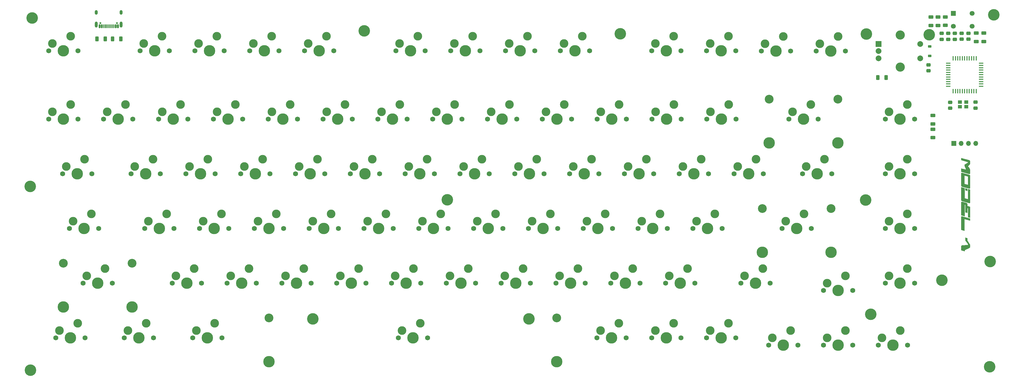
<source format=gbr>
%TF.GenerationSoftware,KiCad,Pcbnew,7.0.7*%
%TF.CreationDate,2023-10-13T15:10:29-04:00*%
%TF.ProjectId,Model A-1.0,4d6f6465-6c20-4412-9d31-2e302e6b6963,1.0*%
%TF.SameCoordinates,Original*%
%TF.FileFunction,Soldermask,Top*%
%TF.FilePolarity,Negative*%
%FSLAX46Y46*%
G04 Gerber Fmt 4.6, Leading zero omitted, Abs format (unit mm)*
G04 Created by KiCad (PCBNEW 7.0.7) date 2023-10-13 15:10:29*
%MOMM*%
%LPD*%
G01*
G04 APERTURE LIST*
G04 Aperture macros list*
%AMRoundRect*
0 Rectangle with rounded corners*
0 $1 Rounding radius*
0 $2 $3 $4 $5 $6 $7 $8 $9 X,Y pos of 4 corners*
0 Add a 4 corners polygon primitive as box body*
4,1,4,$2,$3,$4,$5,$6,$7,$8,$9,$2,$3,0*
0 Add four circle primitives for the rounded corners*
1,1,$1+$1,$2,$3*
1,1,$1+$1,$4,$5*
1,1,$1+$1,$6,$7*
1,1,$1+$1,$8,$9*
0 Add four rect primitives between the rounded corners*
20,1,$1+$1,$2,$3,$4,$5,0*
20,1,$1+$1,$4,$5,$6,$7,0*
20,1,$1+$1,$6,$7,$8,$9,0*
20,1,$1+$1,$8,$9,$2,$3,0*%
G04 Aperture macros list end*
%ADD10C,0.300000*%
%ADD11RoundRect,0.250000X-0.475000X0.337500X-0.475000X-0.337500X0.475000X-0.337500X0.475000X0.337500X0*%
%ADD12R,1.400000X1.200000*%
%ADD13C,1.750000*%
%ADD14C,3.000000*%
%ADD15C,3.987800*%
%ADD16C,3.048000*%
%ADD17RoundRect,0.225000X0.375000X-0.225000X0.375000X0.225000X-0.375000X0.225000X-0.375000X-0.225000X0*%
%ADD18R,1.524000X0.406400*%
%ADD19R,0.406400X1.524000*%
%ADD20RoundRect,0.250000X0.312500X0.625000X-0.312500X0.625000X-0.312500X-0.625000X0.312500X-0.625000X0*%
%ADD21RoundRect,0.250000X0.625000X-0.312500X0.625000X0.312500X-0.625000X0.312500X-0.625000X-0.312500X0*%
%ADD22C,4.000000*%
%ADD23RoundRect,0.250000X-0.625000X0.312500X-0.625000X-0.312500X0.625000X-0.312500X0.625000X0.312500X0*%
%ADD24RoundRect,0.250000X0.475000X-0.337500X0.475000X0.337500X-0.475000X0.337500X-0.475000X-0.337500X0*%
%ADD25C,3.200000*%
%ADD26R,2.000000X2.000000*%
%ADD27C,2.000000*%
%ADD28C,0.650000*%
%ADD29RoundRect,0.150000X0.150000X0.500000X-0.150000X0.500000X-0.150000X-0.500000X0.150000X-0.500000X0*%
%ADD30RoundRect,0.075000X0.075000X0.575000X-0.075000X0.575000X-0.075000X-0.575000X0.075000X-0.575000X0*%
%ADD31O,1.000000X2.100000*%
%ADD32O,1.000000X1.600000*%
%ADD33R,1.700000X1.700000*%
%ADD34O,1.700000X1.700000*%
%ADD35RoundRect,0.250000X-0.312500X-0.625000X0.312500X-0.625000X0.312500X0.625000X-0.312500X0.625000X0*%
%ADD36C,1.700000*%
G04 APERTURE END LIST*
D10*
G36*
X364718569Y-90753914D02*
G01*
X365139155Y-91776803D01*
X365143717Y-91805864D01*
X365147753Y-91836290D01*
X365150146Y-91855205D01*
X365147753Y-91892643D01*
X365140575Y-91925089D01*
X365128611Y-91952544D01*
X365106926Y-91979842D01*
X365077763Y-91999341D01*
X365049050Y-92009325D01*
X365015550Y-92014316D01*
X364997006Y-92014940D01*
X364967330Y-92013108D01*
X364939853Y-92007613D01*
X363470000Y-91612672D01*
X363470000Y-92862707D01*
X366247041Y-93606427D01*
X366277724Y-93613382D01*
X366308407Y-93617761D01*
X366339090Y-93619564D01*
X366345226Y-93619616D01*
X366377386Y-93618288D01*
X366407920Y-93614303D01*
X366436829Y-93607663D01*
X366470678Y-93595627D01*
X366501987Y-93579442D01*
X366530756Y-93559105D01*
X366556985Y-93534619D01*
X366580205Y-93507142D01*
X366599489Y-93477375D01*
X366614837Y-93445318D01*
X366626251Y-93410971D01*
X366632547Y-93381845D01*
X366636326Y-93351254D01*
X366637585Y-93319197D01*
X366637585Y-92239888D01*
X366636469Y-92192590D01*
X366633120Y-92145217D01*
X366627539Y-92097770D01*
X366619725Y-92050249D01*
X366609678Y-92002653D01*
X366597399Y-91954982D01*
X366582888Y-91907238D01*
X366566144Y-91859419D01*
X366547167Y-91811525D01*
X366525958Y-91763557D01*
X366502517Y-91715515D01*
X366476843Y-91667398D01*
X366448936Y-91619207D01*
X366418797Y-91570941D01*
X366386425Y-91522601D01*
X366369402Y-91498403D01*
X366351821Y-91474187D01*
X365948820Y-90928304D01*
X365932133Y-90901188D01*
X365921829Y-90871804D01*
X365919511Y-90849902D01*
X365925146Y-90819140D01*
X365942051Y-90794174D01*
X365945157Y-90791284D01*
X366348890Y-90455694D01*
X366383849Y-90419361D01*
X366416553Y-90382719D01*
X366447001Y-90345767D01*
X366475194Y-90308507D01*
X366501131Y-90270937D01*
X366524813Y-90233059D01*
X366546240Y-90194871D01*
X366565411Y-90156374D01*
X366582327Y-90117568D01*
X366596987Y-90078453D01*
X366609392Y-90039029D01*
X366619542Y-89999296D01*
X366627436Y-89959253D01*
X366633074Y-89918901D01*
X366636457Y-89878241D01*
X366637585Y-89837271D01*
X366637585Y-89119197D01*
X366635707Y-89085648D01*
X366630072Y-89052779D01*
X366620680Y-89020590D01*
X366607532Y-88989080D01*
X366590627Y-88958251D01*
X366569965Y-88928101D01*
X366560648Y-88916231D01*
X366541162Y-88893654D01*
X366515581Y-88868395D01*
X366488641Y-88846427D01*
X366460341Y-88827751D01*
X366430681Y-88812367D01*
X366399661Y-88800274D01*
X366380397Y-88794598D01*
X363470000Y-88013510D01*
X363470000Y-88780676D01*
X365767836Y-89398367D01*
X365796755Y-89409068D01*
X365824988Y-89426584D01*
X365846163Y-89449202D01*
X365860280Y-89476919D01*
X365867338Y-89509738D01*
X365868220Y-89528060D01*
X365864528Y-89557447D01*
X365846393Y-89582406D01*
X365844773Y-89583747D01*
X364820418Y-90204368D01*
X364791464Y-90224134D01*
X364765601Y-90246065D01*
X364742829Y-90270159D01*
X364723148Y-90296417D01*
X364706559Y-90324839D01*
X364693061Y-90355425D01*
X364682654Y-90388174D01*
X364675338Y-90423087D01*
X364671113Y-90460165D01*
X364669980Y-90499406D01*
X364670942Y-90526769D01*
X364671138Y-90557623D01*
X364674018Y-90590195D01*
X364679582Y-90624485D01*
X364685965Y-90653153D01*
X364694065Y-90682920D01*
X364703882Y-90713786D01*
X364715417Y-90745751D01*
X364718569Y-90753914D01*
G37*
G36*
X363770151Y-93172034D02*
G01*
X363799659Y-93173773D01*
X363831630Y-93178152D01*
X363862742Y-93185108D01*
X366400181Y-93861416D01*
X366425941Y-93869281D01*
X366456917Y-93882172D01*
X366486534Y-93898462D01*
X366514791Y-93918150D01*
X366541689Y-93941238D01*
X366562228Y-93962155D01*
X366581898Y-93985247D01*
X366595647Y-94003485D01*
X366611876Y-94028123D01*
X366628781Y-94059436D01*
X366641929Y-94091321D01*
X366651321Y-94123779D01*
X366656956Y-94156809D01*
X366658834Y-94190411D01*
X366658834Y-98390411D01*
X366657563Y-98422605D01*
X366653751Y-98453243D01*
X366647397Y-98482323D01*
X366635880Y-98516483D01*
X366620392Y-98548211D01*
X366600932Y-98577506D01*
X366577501Y-98604368D01*
X366551061Y-98628221D01*
X366522117Y-98648031D01*
X366490669Y-98663798D01*
X366456716Y-98675523D01*
X366427750Y-98681991D01*
X366397181Y-98685873D01*
X366365010Y-98687166D01*
X366358785Y-98687115D01*
X366327744Y-98685312D01*
X366296846Y-98680932D01*
X366266092Y-98673977D01*
X363969720Y-98065080D01*
X363944212Y-98057970D01*
X363906809Y-98045373D01*
X363870436Y-98030458D01*
X363835093Y-98013225D01*
X363800781Y-97993673D01*
X363767499Y-97971803D01*
X363735247Y-97947614D01*
X363704026Y-97921107D01*
X363673835Y-97892282D01*
X363644675Y-97861138D01*
X363616545Y-97827676D01*
X363598799Y-97804497D01*
X363574327Y-97769365D01*
X363552431Y-97733795D01*
X363533111Y-97697787D01*
X363516367Y-97661341D01*
X363502199Y-97624457D01*
X363490607Y-97587135D01*
X363481591Y-97549375D01*
X363475151Y-97511177D01*
X363471287Y-97472541D01*
X363470000Y-97433468D01*
X363470000Y-96916894D01*
X364689260Y-96916894D01*
X364690155Y-96935583D01*
X364697316Y-96968865D01*
X364711639Y-96996686D01*
X364733123Y-97019045D01*
X364761768Y-97035944D01*
X364791109Y-97045854D01*
X365771500Y-97301577D01*
X365794947Y-97305240D01*
X365810575Y-97304164D01*
X365840528Y-97292057D01*
X365857458Y-97266497D01*
X365861625Y-97236364D01*
X365861625Y-94598541D01*
X365860730Y-94579066D01*
X365853569Y-94544445D01*
X365839246Y-94515594D01*
X365817763Y-94492513D01*
X365789118Y-94475202D01*
X365759776Y-94465184D01*
X364779385Y-94209462D01*
X364755938Y-94205799D01*
X364740310Y-94206875D01*
X364710357Y-94218982D01*
X364693427Y-94244542D01*
X364689260Y-94274675D01*
X364689260Y-96916894D01*
X363470000Y-96916894D01*
X363470000Y-93472337D01*
X363470708Y-93448924D01*
X363473856Y-93418807D01*
X363481334Y-93382933D01*
X363492747Y-93349026D01*
X363508096Y-93317088D01*
X363527380Y-93287117D01*
X363550600Y-93259113D01*
X363571505Y-93238677D01*
X363599763Y-93216963D01*
X363630381Y-93199507D01*
X363663361Y-93186309D01*
X363698702Y-93177368D01*
X363728676Y-93173281D01*
X363760160Y-93171919D01*
X363770151Y-93172034D01*
G37*
G36*
X366658834Y-103428653D02*
G01*
X366658834Y-98972198D01*
X365861625Y-98767034D01*
X365861625Y-102274605D01*
X365857687Y-102304739D01*
X365841687Y-102330298D01*
X365813380Y-102342406D01*
X365798611Y-102343482D01*
X365775896Y-102339818D01*
X364833607Y-102084096D01*
X364805533Y-102074185D01*
X364778124Y-102057287D01*
X364757567Y-102034927D01*
X364743863Y-102007106D01*
X364737011Y-101973824D01*
X364736154Y-101955136D01*
X364736154Y-98454891D01*
X363470000Y-98119302D01*
X363470000Y-102471709D01*
X363471287Y-102510783D01*
X363475151Y-102549418D01*
X363481591Y-102587616D01*
X363490607Y-102625376D01*
X363502199Y-102662698D01*
X363516367Y-102699582D01*
X363533111Y-102736028D01*
X363552431Y-102772036D01*
X363574327Y-102807607D01*
X363598799Y-102842739D01*
X363616545Y-102865917D01*
X363644675Y-102899379D01*
X363673835Y-102930523D01*
X363704026Y-102959349D01*
X363735247Y-102985856D01*
X363767499Y-103010044D01*
X363800781Y-103031915D01*
X363835093Y-103051466D01*
X363870436Y-103068700D01*
X363906809Y-103083615D01*
X363944212Y-103096211D01*
X363969720Y-103103321D01*
X366266092Y-103712219D01*
X366296846Y-103719174D01*
X366327744Y-103723553D01*
X366358785Y-103725356D01*
X366365010Y-103725408D01*
X366397181Y-103724114D01*
X366427750Y-103720233D01*
X366456716Y-103713764D01*
X366490669Y-103702040D01*
X366522117Y-103686273D01*
X366551061Y-103666462D01*
X366577501Y-103642609D01*
X366600932Y-103615747D01*
X366620392Y-103586453D01*
X366635880Y-103554725D01*
X366647397Y-103520564D01*
X366653751Y-103491484D01*
X366657563Y-103460847D01*
X366658834Y-103428653D01*
G37*
G36*
X365674047Y-99482909D02*
G01*
X365674047Y-98712079D01*
X364923733Y-98505450D01*
X364923733Y-99276280D01*
X365674047Y-99482909D01*
G37*
G36*
X364923733Y-104414173D02*
G01*
X364919940Y-104384205D01*
X364908563Y-104355669D01*
X364891838Y-104331210D01*
X364884898Y-104323314D01*
X364862416Y-104303479D01*
X364835941Y-104289053D01*
X364804999Y-104282442D01*
X364799169Y-104282281D01*
X364768708Y-104287730D01*
X364745016Y-104309186D01*
X364736708Y-104338849D01*
X364736154Y-104351158D01*
X364736154Y-108343063D01*
X363470000Y-108007473D01*
X363470000Y-103548820D01*
X363471247Y-103517920D01*
X363474991Y-103488233D01*
X363483181Y-103452831D01*
X363495270Y-103419325D01*
X363511259Y-103387715D01*
X363531148Y-103358002D01*
X363549867Y-103335596D01*
X363576006Y-103310477D01*
X363604507Y-103289615D01*
X363635369Y-103273010D01*
X363668592Y-103260663D01*
X363704176Y-103252574D01*
X363734344Y-103249168D01*
X363757962Y-103248401D01*
X363787702Y-103249445D01*
X363819930Y-103253051D01*
X363851300Y-103259234D01*
X363860544Y-103261591D01*
X365417592Y-103681444D01*
X365450429Y-103691773D01*
X365481620Y-103705358D01*
X365511165Y-103722198D01*
X365539065Y-103742295D01*
X365565318Y-103765647D01*
X365589926Y-103792255D01*
X365599309Y-103803810D01*
X365616825Y-103827658D01*
X365635437Y-103858080D01*
X365650399Y-103889181D01*
X365661712Y-103920963D01*
X365669376Y-103953424D01*
X365673390Y-103986565D01*
X365674047Y-104006775D01*
X365674047Y-104710928D01*
X366395785Y-104899972D01*
X366428307Y-104910072D01*
X366459469Y-104923427D01*
X366489272Y-104940039D01*
X366517715Y-104959906D01*
X366544799Y-104983030D01*
X366565487Y-105003872D01*
X366580432Y-105020872D01*
X366598808Y-105044731D01*
X366618332Y-105075200D01*
X366634027Y-105106384D01*
X366645895Y-105138283D01*
X366653934Y-105170898D01*
X366658145Y-105204229D01*
X366658834Y-105224570D01*
X366658834Y-108855240D01*
X365908520Y-108648611D01*
X365908520Y-105632700D01*
X365903941Y-105603119D01*
X365890202Y-105574826D01*
X365870006Y-105550464D01*
X365861625Y-105542575D01*
X365837308Y-105524302D01*
X365807871Y-105509986D01*
X365776231Y-105502277D01*
X365753914Y-105500809D01*
X365722794Y-105504105D01*
X365694014Y-105518028D01*
X365677869Y-105542848D01*
X365674047Y-105569685D01*
X365674047Y-107158241D01*
X364923733Y-106951612D01*
X364923733Y-104414173D01*
G37*
G36*
X363860544Y-108304228D02*
G01*
X363829403Y-108296535D01*
X363798748Y-108290507D01*
X363767579Y-108286918D01*
X363757962Y-108286643D01*
X363726821Y-108288005D01*
X363697145Y-108292093D01*
X363662112Y-108301033D01*
X363629368Y-108314232D01*
X363598914Y-108331688D01*
X363570750Y-108353401D01*
X363549867Y-108373838D01*
X363526858Y-108401841D01*
X363507749Y-108431812D01*
X363492540Y-108463751D01*
X363481231Y-108497657D01*
X363473821Y-108533532D01*
X363470701Y-108563648D01*
X363470000Y-108587062D01*
X363470000Y-113045715D01*
X364717836Y-113381304D01*
X364717836Y-109389399D01*
X364721958Y-109359266D01*
X364738702Y-109333706D01*
X364768326Y-109321599D01*
X364783782Y-109320523D01*
X364807229Y-109324187D01*
X366659567Y-109815115D01*
X366636852Y-109047948D01*
X363860544Y-108304228D01*
G37*
G36*
X366509357Y-117971116D02*
G01*
X365764905Y-116861032D01*
X365743954Y-116835215D01*
X365725796Y-116809787D01*
X365710432Y-116784748D01*
X365695154Y-116753997D01*
X365684242Y-116723855D01*
X365677695Y-116694320D01*
X365675512Y-116665394D01*
X365675512Y-115924605D01*
X364910544Y-115718709D01*
X364910544Y-116471953D01*
X364911800Y-116506644D01*
X364915567Y-116541746D01*
X364921846Y-116577260D01*
X364930637Y-116613187D01*
X364941939Y-116649526D01*
X364955753Y-116686277D01*
X364972078Y-116723440D01*
X364990915Y-116761015D01*
X365012264Y-116799002D01*
X365027891Y-116824556D01*
X365044635Y-116850293D01*
X365053426Y-116863230D01*
X365771500Y-117904438D01*
X365789532Y-117931546D01*
X365805709Y-117958190D01*
X365820032Y-117984371D01*
X365836243Y-118018557D01*
X365849158Y-118051919D01*
X365858775Y-118084457D01*
X365865094Y-118116171D01*
X365868117Y-118147060D01*
X365868220Y-118169685D01*
X365869285Y-118205624D01*
X365865152Y-118236868D01*
X365852676Y-118269322D01*
X365832079Y-118294441D01*
X365803360Y-118312226D01*
X365774537Y-118321174D01*
X365740517Y-118325427D01*
X365731200Y-118325757D01*
X363927955Y-118388771D01*
X363872499Y-118399874D01*
X363820622Y-118414314D01*
X363772322Y-118432091D01*
X363727599Y-118453206D01*
X363686455Y-118477658D01*
X363648888Y-118505447D01*
X363614899Y-118536574D01*
X363584488Y-118571038D01*
X363557655Y-118608839D01*
X363534399Y-118649978D01*
X363514722Y-118694454D01*
X363498622Y-118742267D01*
X363486099Y-118793418D01*
X363477155Y-118847906D01*
X363471788Y-118905731D01*
X363470447Y-118935896D01*
X363470000Y-118966894D01*
X363470000Y-120182491D01*
X364724431Y-120517348D01*
X364729162Y-120470319D01*
X364735845Y-120425219D01*
X364744481Y-120382048D01*
X364755068Y-120340806D01*
X364767607Y-120301493D01*
X364782099Y-120264110D01*
X364798542Y-120228656D01*
X364816938Y-120195130D01*
X364837285Y-120163534D01*
X364859585Y-120133867D01*
X364883836Y-120106130D01*
X364910040Y-120080321D01*
X364938196Y-120056441D01*
X364968303Y-120034491D01*
X365000363Y-120014470D01*
X365034375Y-119996378D01*
X366340830Y-119366231D01*
X366379338Y-119346147D01*
X366415362Y-119324363D01*
X366448902Y-119300878D01*
X366479957Y-119275693D01*
X366508527Y-119248809D01*
X366534614Y-119220224D01*
X366558216Y-119189938D01*
X366579333Y-119157953D01*
X366597966Y-119124268D01*
X366614115Y-119088882D01*
X366627779Y-119051796D01*
X366638959Y-119013010D01*
X366647654Y-118972524D01*
X366653865Y-118930338D01*
X366657592Y-118886451D01*
X366658834Y-118840865D01*
X366658834Y-118362393D01*
X366659384Y-118324543D01*
X366656189Y-118294082D01*
X366649904Y-118261843D01*
X366640527Y-118227827D01*
X366628060Y-118192034D01*
X366612500Y-118154463D01*
X366593850Y-118115114D01*
X366579699Y-118087895D01*
X366564175Y-118059885D01*
X366547276Y-118031085D01*
X366529004Y-118001496D01*
X366509357Y-117971116D01*
G37*
D11*
%TO.C,C8*%
X352130000Y-55540000D03*
X352130000Y-57615000D03*
%TD*%
D12*
%TO.C,CLOCK*%
X363050000Y-70150000D03*
X365250000Y-70150000D03*
X365250000Y-68550000D03*
X363050000Y-68550000D03*
%TD*%
D13*
%TO.C,SW-1U-66*%
X241720000Y-131610000D03*
D14*
X242990000Y-129070000D03*
D15*
X246800000Y-131610000D03*
D14*
X249340000Y-126530000D03*
D13*
X251880000Y-131610000D03*
%TD*%
D16*
%TO.C,SW-2.25U-57*%
X51515000Y-124635000D03*
D15*
X51515000Y-139875000D03*
D13*
X58373000Y-131620000D03*
D14*
X59643000Y-129080000D03*
D15*
X63453000Y-131620000D03*
D14*
X65993000Y-126540000D03*
D13*
X68533000Y-131620000D03*
D16*
X75391000Y-124635000D03*
D15*
X75391000Y-139875000D03*
%TD*%
D13*
%TO.C,SW-1.75U-68*%
X286975000Y-131610000D03*
D14*
X288245000Y-129070000D03*
D15*
X292055000Y-131610000D03*
D14*
X294595000Y-126530000D03*
D13*
X297135000Y-131610000D03*
%TD*%
%TO.C,SW-1U-15*%
X84590000Y-74475000D03*
D14*
X85860000Y-71935000D03*
D15*
X89670000Y-74475000D03*
D14*
X92210000Y-69395000D03*
D13*
X94750000Y-74475000D03*
%TD*%
D17*
%TO.C,D81*%
X352570000Y-52435000D03*
X352570000Y-49135000D03*
%TD*%
D18*
%TO.C,U1*%
X359010000Y-54979500D03*
X359010000Y-55779600D03*
X359010000Y-56579700D03*
X359010000Y-57379800D03*
X359010000Y-58179900D03*
X359010000Y-58980000D03*
X359010000Y-59780100D03*
X359010000Y-60580200D03*
X359010000Y-61380300D03*
X359010000Y-62180400D03*
X359010000Y-62980500D03*
D19*
X360724500Y-64695000D03*
X361524600Y-64695000D03*
X362324700Y-64695000D03*
X363124800Y-64695000D03*
X363924900Y-64695000D03*
X364725000Y-64695000D03*
X365525100Y-64695000D03*
X366325200Y-64695000D03*
X367125300Y-64695000D03*
X367925400Y-64695000D03*
X368725500Y-64695000D03*
D18*
X370440000Y-62980500D03*
X370440000Y-62180400D03*
X370440000Y-61380300D03*
X370440000Y-60580200D03*
X370440000Y-59780100D03*
X370440000Y-58980000D03*
X370440000Y-58179900D03*
X370440000Y-57379800D03*
X370440000Y-56579700D03*
X370440000Y-55779600D03*
X370440000Y-54979500D03*
D19*
X368725500Y-53265000D03*
X367925400Y-53265000D03*
X367125300Y-53265000D03*
X366325200Y-53265000D03*
X365525100Y-53265000D03*
X364725000Y-53265000D03*
X363924900Y-53265000D03*
X363124800Y-53265000D03*
X362324700Y-53265000D03*
X361524600Y-53265000D03*
X360724500Y-53265000D03*
%TD*%
D20*
%TO.C,R8*%
X71522500Y-46470000D03*
X68597500Y-46470000D03*
%TD*%
D21*
%TO.C,R9*%
X353695000Y-76112500D03*
X353695000Y-73187500D03*
%TD*%
D22*
%TO.C,*%
X356820000Y-130585000D03*
%TD*%
D13*
%TO.C,SW-1U-10*%
X275060000Y-50700000D03*
D14*
X276330000Y-48160000D03*
D15*
X280140000Y-50700000D03*
D14*
X282680000Y-45620000D03*
D13*
X285220000Y-50700000D03*
%TD*%
D22*
%TO.C,*%
X40670000Y-39250000D03*
%TD*%
%TO.C,*%
X352385000Y-45065000D03*
%TD*%
%TO.C,*%
X40065000Y-161880000D03*
%TD*%
D23*
%TO.C,R3*%
X355425000Y-38887500D03*
X355425000Y-41812500D03*
%TD*%
D13*
%TO.C,SW-1U-25*%
X275085000Y-74465000D03*
D14*
X276355000Y-71925000D03*
D15*
X280165000Y-74465000D03*
D14*
X282705000Y-69385000D03*
D13*
X285245000Y-74465000D03*
%TD*%
%TO.C,SW-1U-46*%
X117910000Y-112575000D03*
D14*
X119180000Y-110035000D03*
D15*
X122990000Y-112575000D03*
D14*
X125530000Y-107495000D03*
D13*
X128070000Y-112575000D03*
%TD*%
D22*
%TO.C,*%
X330575000Y-44785000D03*
%TD*%
D13*
%TO.C,SW-1U-51*%
X213170000Y-112565000D03*
D14*
X214440000Y-110025000D03*
D15*
X218250000Y-112565000D03*
D14*
X220790000Y-107485000D03*
D13*
X223330000Y-112565000D03*
%TD*%
%TO.C,SW-1U-79*%
X334722000Y-153160000D03*
D14*
X335992000Y-150620000D03*
D15*
X339802000Y-153160000D03*
D14*
X342342000Y-148080000D03*
D13*
X344882000Y-153160000D03*
%TD*%
%TO.C,SW-1U-38*%
X246540000Y-93515000D03*
D14*
X247810000Y-90975000D03*
D15*
X251620000Y-93515000D03*
D14*
X254160000Y-88435000D03*
D13*
X256700000Y-93515000D03*
%TD*%
%TO.C,SW-1.5U-41*%
X308420000Y-93510000D03*
D14*
X309690000Y-90970000D03*
D15*
X313500000Y-93510000D03*
D14*
X316040000Y-88430000D03*
D13*
X318580000Y-93510000D03*
%TD*%
D22*
%TO.C,*%
X156090000Y-43720000D03*
%TD*%
D13*
%TO.C,SW-1U-19*%
X160795000Y-74480000D03*
D14*
X162065000Y-71940000D03*
D15*
X165875000Y-74480000D03*
D14*
X168415000Y-69400000D03*
D13*
X170955000Y-74480000D03*
%TD*%
D22*
%TO.C,*%
X39970000Y-97915000D03*
%TD*%
%TO.C,*%
X373455000Y-160740000D03*
%TD*%
D21*
%TO.C,R1*%
X357965000Y-41800000D03*
X357965000Y-38875000D03*
%TD*%
D13*
%TO.C,SW-1U-36*%
X208430000Y-93515000D03*
D14*
X209700000Y-90975000D03*
D15*
X213510000Y-93515000D03*
D14*
X216050000Y-88435000D03*
D13*
X218590000Y-93515000D03*
%TD*%
D24*
%TO.C,C5*%
X359060000Y-46652500D03*
X359060000Y-44577500D03*
%TD*%
D13*
%TO.C,SW-1.25U-71*%
X72670000Y-150670000D03*
D14*
X73940000Y-148130000D03*
D15*
X77750000Y-150670000D03*
D14*
X80290000Y-145590000D03*
D13*
X82830000Y-150670000D03*
%TD*%
D22*
%TO.C,*%
X373575000Y-124055000D03*
%TD*%
D13*
%TO.C,SW-1U-20*%
X179845000Y-74470000D03*
D14*
X181115000Y-71930000D03*
D15*
X184925000Y-74470000D03*
D14*
X187465000Y-69390000D03*
D13*
X190005000Y-74470000D03*
%TD*%
%TO.C,SW-1U-18*%
X141740000Y-74480000D03*
D14*
X143010000Y-71940000D03*
D15*
X146820000Y-74480000D03*
D14*
X149360000Y-69400000D03*
D13*
X151900000Y-74480000D03*
%TD*%
%TO.C,SW-1U-60*%
X127445000Y-131625000D03*
D14*
X128715000Y-129085000D03*
D15*
X132525000Y-131625000D03*
D14*
X135065000Y-126545000D03*
D13*
X137605000Y-131625000D03*
%TD*%
%TO.C,SW-1U-65*%
X222675000Y-131610000D03*
D14*
X223945000Y-129070000D03*
D15*
X227755000Y-131610000D03*
D14*
X230295000Y-126530000D03*
D13*
X232835000Y-131610000D03*
%TD*%
%TO.C,SW-1U-12*%
X313165000Y-50705000D03*
D14*
X314435000Y-48165000D03*
D15*
X318245000Y-50705000D03*
D14*
X320785000Y-45625000D03*
D13*
X323325000Y-50705000D03*
%TD*%
%TO.C,SW-1U-48*%
X156020000Y-112585000D03*
D14*
X157290000Y-110045000D03*
D15*
X161100000Y-112585000D03*
D14*
X163640000Y-107505000D03*
D13*
X166180000Y-112585000D03*
%TD*%
%TO.C,SW-1U-44*%
X79800000Y-112555000D03*
D14*
X81070000Y-110015000D03*
D15*
X84880000Y-112555000D03*
D14*
X87420000Y-107475000D03*
D13*
X89960000Y-112555000D03*
%TD*%
%TO.C,SW-1U-63*%
X184585000Y-131610000D03*
D14*
X185855000Y-129070000D03*
D15*
X189665000Y-131610000D03*
D14*
X192205000Y-126530000D03*
D13*
X194745000Y-131610000D03*
%TD*%
%TO.C,SW-1U-16*%
X103640000Y-74485000D03*
D14*
X104910000Y-71945000D03*
D15*
X108720000Y-74485000D03*
D14*
X111260000Y-69405000D03*
D13*
X113800000Y-74485000D03*
%TD*%
%TO.C,SW-1U-49*%
X175065000Y-112565000D03*
D14*
X176335000Y-110025000D03*
D15*
X180145000Y-112565000D03*
D14*
X182685000Y-107485000D03*
D13*
X185225000Y-112565000D03*
%TD*%
D25*
%TO.C,VOL*%
X342305000Y-45155000D03*
X342305000Y-56355000D03*
D26*
X334805000Y-48255000D03*
D27*
X334805000Y-53255000D03*
X334805000Y-50755000D03*
X349305000Y-53255000D03*
X349305000Y-48255000D03*
%TD*%
D13*
%TO.C,SW-1U-32*%
X132215000Y-93525000D03*
D14*
X133485000Y-90985000D03*
D15*
X137295000Y-93525000D03*
D14*
X139835000Y-88445000D03*
D13*
X142375000Y-93525000D03*
%TD*%
D24*
%TO.C,C4*%
X361325000Y-46640000D03*
X361325000Y-44565000D03*
%TD*%
%TO.C,C2*%
X363635000Y-46630000D03*
X363635000Y-44555000D03*
%TD*%
D13*
%TO.C,SW-1U-47*%
X136965000Y-112580000D03*
D14*
X138235000Y-110040000D03*
D15*
X142045000Y-112580000D03*
D14*
X144585000Y-107500000D03*
D13*
X147125000Y-112580000D03*
%TD*%
%TO.C,SW-1.75U-43*%
X53605000Y-112560000D03*
D14*
X54875000Y-110020000D03*
D15*
X58685000Y-112560000D03*
D14*
X61225000Y-107480000D03*
D13*
X63765000Y-112560000D03*
%TD*%
%TO.C,SW-1.25U-72*%
X96480000Y-150665000D03*
D14*
X97750000Y-148125000D03*
D15*
X101560000Y-150665000D03*
D14*
X104100000Y-145585000D03*
D13*
X106640000Y-150665000D03*
%TD*%
D22*
%TO.C,*%
X213290000Y-144055000D03*
%TD*%
D13*
%TO.C,SW-1U-50*%
X194115000Y-112565000D03*
D14*
X195385000Y-110025000D03*
D15*
X199195000Y-112565000D03*
D14*
X201735000Y-107485000D03*
D13*
X204275000Y-112565000D03*
%TD*%
%TO.C,SW-1U-3*%
X116300000Y-50690000D03*
D14*
X117570000Y-48150000D03*
D15*
X121380000Y-50690000D03*
D14*
X123920000Y-45610000D03*
D13*
X126460000Y-50690000D03*
%TD*%
%TO.C,SW-1U-31*%
X113160000Y-93525000D03*
D14*
X114430000Y-90985000D03*
D15*
X118240000Y-93525000D03*
D14*
X120780000Y-88445000D03*
D13*
X123320000Y-93525000D03*
%TD*%
%TO.C,SW-1U-17*%
X122685000Y-74480000D03*
D14*
X123955000Y-71940000D03*
D15*
X127765000Y-74480000D03*
D14*
X130305000Y-69400000D03*
D13*
X132845000Y-74480000D03*
%TD*%
%TO.C,SW-1.25U-70*%
X48855000Y-150675000D03*
D14*
X50125000Y-148135000D03*
D15*
X53935000Y-150675000D03*
D14*
X56475000Y-145595000D03*
D13*
X59015000Y-150675000D03*
%TD*%
D23*
%TO.C,R2*%
X353010000Y-38907500D03*
X353010000Y-41832500D03*
%TD*%
D22*
%TO.C,*%
X245100000Y-44735000D03*
%TD*%
D13*
%TO.C,SW-1U-75*%
X256010000Y-150660000D03*
D14*
X257280000Y-148120000D03*
D15*
X261090000Y-150660000D03*
D14*
X263630000Y-145580000D03*
D13*
X266170000Y-150660000D03*
%TD*%
%TO.C,SW-1U-39*%
X265575000Y-93515000D03*
D14*
X266845000Y-90975000D03*
D15*
X270655000Y-93515000D03*
D14*
X273195000Y-88435000D03*
D13*
X275735000Y-93515000D03*
%TD*%
%TO.C,SW-1U-8*%
X224240000Y-50700000D03*
D14*
X225510000Y-48160000D03*
D15*
X229320000Y-50700000D03*
D14*
X231860000Y-45620000D03*
D13*
X234400000Y-50700000D03*
%TD*%
D22*
%TO.C,*%
X138250000Y-144055000D03*
%TD*%
D13*
%TO.C,SW-1U-4*%
X135355000Y-50695000D03*
D14*
X136625000Y-48155000D03*
D15*
X140435000Y-50695000D03*
D14*
X142975000Y-45615000D03*
D13*
X145515000Y-50695000D03*
%TD*%
%TO.C,SW-1U-2*%
X97250000Y-50690000D03*
D14*
X98520000Y-48150000D03*
D15*
X102330000Y-50690000D03*
D14*
X104870000Y-45610000D03*
D13*
X107410000Y-50690000D03*
%TD*%
%TO.C,SW-1U-13*%
X46465000Y-74465000D03*
D14*
X47735000Y-71925000D03*
D15*
X51545000Y-74465000D03*
D14*
X54085000Y-69385000D03*
D13*
X56625000Y-74465000D03*
%TD*%
%TO.C,SW-1U-64*%
X203635000Y-131615000D03*
D14*
X204905000Y-129075000D03*
D15*
X208715000Y-131615000D03*
D14*
X211255000Y-126535000D03*
D13*
X213795000Y-131615000D03*
%TD*%
D28*
%TO.C,USB1*%
X70175000Y-41000000D03*
X64395000Y-41000000D03*
D29*
X70485000Y-42140000D03*
X69685000Y-42140000D03*
D30*
X68535000Y-42140000D03*
X67535000Y-42140000D03*
X67035000Y-42140000D03*
X66035000Y-42140000D03*
D29*
X64885000Y-42140000D03*
X64085000Y-42140000D03*
X64085000Y-42140000D03*
X64885000Y-42140000D03*
D30*
X65535000Y-42140000D03*
X66535000Y-42140000D03*
X68035000Y-42140000D03*
X69035000Y-42140000D03*
D29*
X69685000Y-42140000D03*
X70485000Y-42140000D03*
D31*
X71605000Y-41500000D03*
D32*
X71605000Y-37320000D03*
D31*
X62965000Y-41500000D03*
D32*
X62965000Y-37320000D03*
%TD*%
D11*
%TO.C,C7*%
X368520000Y-68562500D03*
X368520000Y-70637500D03*
%TD*%
D13*
%TO.C,SW-1U-80*%
X337215000Y-131610000D03*
D14*
X338485000Y-129070000D03*
D15*
X342295000Y-131610000D03*
D14*
X344835000Y-126530000D03*
D13*
X347375000Y-131610000D03*
%TD*%
%TO.C,SW-1U-74*%
X236960000Y-150660000D03*
D14*
X238230000Y-148120000D03*
D15*
X242040000Y-150660000D03*
D14*
X244580000Y-145580000D03*
D13*
X247120000Y-150660000D03*
%TD*%
%TO.C,SW-1U-23*%
X237010000Y-74465000D03*
D14*
X238280000Y-71925000D03*
D15*
X242090000Y-74465000D03*
D14*
X244630000Y-69385000D03*
D13*
X247170000Y-74465000D03*
%TD*%
D20*
%TO.C,R7*%
X66092500Y-46470000D03*
X63167500Y-46470000D03*
%TD*%
D13*
%TO.C,SW-1U-33*%
X151265000Y-93530000D03*
D14*
X152535000Y-90990000D03*
D15*
X156345000Y-93530000D03*
D14*
X158885000Y-88450000D03*
D13*
X161425000Y-93530000D03*
%TD*%
%TO.C,SW-1U-42*%
X337210000Y-93515000D03*
D14*
X338480000Y-90975000D03*
D15*
X342290000Y-93515000D03*
D14*
X344830000Y-88435000D03*
D13*
X347370000Y-93515000D03*
%TD*%
%TO.C,SW-1U-30*%
X94105000Y-93525000D03*
D14*
X95375000Y-90985000D03*
D15*
X99185000Y-93525000D03*
D14*
X101725000Y-88445000D03*
D13*
X104265000Y-93525000D03*
%TD*%
%TO.C,SW-1U-62*%
X165535000Y-131615000D03*
D14*
X166805000Y-129075000D03*
D15*
X170615000Y-131615000D03*
D14*
X173155000Y-126535000D03*
D13*
X175695000Y-131615000D03*
%TD*%
D22*
%TO.C,*%
X184975000Y-102595000D03*
%TD*%
D13*
%TO.C,SW-1U-53*%
X251265000Y-112555000D03*
D14*
X252535000Y-110015000D03*
D15*
X256345000Y-112555000D03*
D14*
X258885000Y-107475000D03*
D13*
X261425000Y-112555000D03*
%TD*%
%TO.C,SW-1U-0*%
X46460000Y-50700000D03*
D14*
X47730000Y-48160000D03*
D15*
X51540000Y-50700000D03*
D14*
X54080000Y-45620000D03*
D13*
X56620000Y-50700000D03*
%TD*%
D22*
%TO.C,*%
X330350000Y-102610000D03*
%TD*%
D13*
%TO.C,SW-1U-24*%
X256045000Y-74465000D03*
D14*
X257315000Y-71925000D03*
D15*
X261125000Y-74465000D03*
D14*
X263665000Y-69385000D03*
D13*
X266205000Y-74465000D03*
%TD*%
D24*
%TO.C,C1*%
X366030000Y-46630000D03*
X366030000Y-44555000D03*
%TD*%
D13*
%TO.C,SW-1U-21*%
X198910000Y-74470000D03*
D14*
X200180000Y-71930000D03*
D15*
X203990000Y-74470000D03*
D14*
X206530000Y-69390000D03*
D13*
X209070000Y-74470000D03*
%TD*%
D21*
%TO.C,R10*%
X353695000Y-80907500D03*
X353695000Y-77982500D03*
%TD*%
D16*
%TO.C,SW-2U-26*%
X296799000Y-67470000D03*
D15*
X296799000Y-82710000D03*
D13*
X303657000Y-74455000D03*
D14*
X304927000Y-71915000D03*
D15*
X308737000Y-74455000D03*
D14*
X311277000Y-69375000D03*
D13*
X313817000Y-74455000D03*
D16*
X320675000Y-67470000D03*
D15*
X320675000Y-82710000D03*
%TD*%
D13*
%TO.C,SW-1U-14*%
X65510000Y-74465000D03*
D14*
X66780000Y-71925000D03*
D15*
X70590000Y-74465000D03*
D14*
X73130000Y-69385000D03*
D13*
X75670000Y-74465000D03*
%TD*%
%TO.C,SW-1U-56*%
X337215000Y-112565000D03*
D14*
X338485000Y-110025000D03*
D15*
X342295000Y-112565000D03*
D14*
X344835000Y-107485000D03*
D13*
X347375000Y-112565000D03*
%TD*%
%TO.C,SW-1U-1*%
X78200000Y-50695000D03*
D14*
X79470000Y-48155000D03*
D15*
X83280000Y-50695000D03*
D14*
X85820000Y-45615000D03*
D13*
X88360000Y-50695000D03*
%TD*%
D11*
%TO.C,C3*%
X359700000Y-68567500D03*
X359700000Y-70642500D03*
%TD*%
D33*
%TO.C,OLED*%
X360945000Y-82950000D03*
D34*
X363485000Y-82950000D03*
X366025000Y-82950000D03*
X368565000Y-82950000D03*
%TD*%
D13*
%TO.C,SW-1U-52*%
X232215000Y-112560000D03*
D14*
X233485000Y-110020000D03*
D15*
X237295000Y-112560000D03*
D14*
X239835000Y-107480000D03*
D13*
X242375000Y-112560000D03*
%TD*%
D16*
%TO.C,SW-6.25U-73*%
X122985000Y-143680000D03*
D15*
X122985000Y-158920000D03*
D13*
X167904900Y-150665000D03*
D14*
X169174900Y-148125000D03*
D15*
X172984900Y-150665000D03*
D14*
X175524900Y-145585000D03*
D13*
X178064900Y-150665000D03*
D16*
X222984800Y-143680000D03*
D15*
X222984800Y-158920000D03*
%TD*%
D13*
%TO.C,SW-1U-76*%
X275060000Y-150660000D03*
D14*
X276330000Y-148120000D03*
D15*
X280140000Y-150660000D03*
D14*
X282680000Y-145580000D03*
D13*
X285220000Y-150660000D03*
%TD*%
%TO.C,SW-1U-27*%
X337210000Y-74465000D03*
D14*
X338480000Y-71925000D03*
D15*
X342290000Y-74465000D03*
D14*
X344830000Y-69385000D03*
D13*
X347370000Y-74465000D03*
%TD*%
%TO.C,SW-1U-54*%
X270310000Y-112565000D03*
D14*
X271580000Y-110025000D03*
D15*
X275390000Y-112565000D03*
D14*
X277930000Y-107485000D03*
D13*
X280470000Y-112565000D03*
%TD*%
D35*
%TO.C,R6*%
X334545000Y-59935000D03*
X337470000Y-59935000D03*
%TD*%
D13*
%TO.C,SW-1U-22*%
X217960000Y-74465000D03*
D14*
X219230000Y-71925000D03*
D15*
X223040000Y-74465000D03*
D14*
X225580000Y-69385000D03*
D13*
X228120000Y-74465000D03*
%TD*%
%TO.C,SW-1U-61*%
X146480000Y-131625000D03*
D14*
X147750000Y-129085000D03*
D15*
X151560000Y-131625000D03*
D14*
X154100000Y-126545000D03*
D13*
X156640000Y-131625000D03*
%TD*%
%TO.C,SW-1U-45*%
X98860000Y-112575000D03*
D14*
X100130000Y-110035000D03*
D15*
X103940000Y-112575000D03*
D14*
X106480000Y-107495000D03*
D13*
X109020000Y-112575000D03*
%TD*%
%TO.C,SW-1U-37*%
X227490000Y-93515000D03*
D14*
X228760000Y-90975000D03*
D15*
X232570000Y-93515000D03*
D14*
X235110000Y-88435000D03*
D13*
X237650000Y-93515000D03*
%TD*%
%TO.C,SW-1U-11*%
X294110000Y-50705000D03*
D14*
X295380000Y-48165000D03*
D15*
X299190000Y-50705000D03*
D14*
X301730000Y-45625000D03*
D13*
X304270000Y-50705000D03*
%TD*%
D33*
%TO.C,SW1*%
X360790000Y-37625000D03*
D36*
X367290000Y-37625000D03*
X360790000Y-42125000D03*
X367290000Y-42125000D03*
%TD*%
D13*
%TO.C,SW-1U-40*%
X284615000Y-93515000D03*
D14*
X285885000Y-90975000D03*
D15*
X289695000Y-93515000D03*
D14*
X292235000Y-88435000D03*
D13*
X294775000Y-93515000D03*
%TD*%
%TO.C,SW-1U-35*%
X189380000Y-93520000D03*
D14*
X190650000Y-90980000D03*
D15*
X194460000Y-93520000D03*
D14*
X197000000Y-88440000D03*
D13*
X199540000Y-93520000D03*
%TD*%
%TO.C,SW-1U-59*%
X108395000Y-131610000D03*
D14*
X109665000Y-129070000D03*
D15*
X113475000Y-131610000D03*
D14*
X116015000Y-126530000D03*
D13*
X118555000Y-131610000D03*
%TD*%
%TO.C,SW-1U-34*%
X170325000Y-93525000D03*
D14*
X171595000Y-90985000D03*
D15*
X175405000Y-93525000D03*
D14*
X177945000Y-88445000D03*
D13*
X180485000Y-93525000D03*
%TD*%
%TO.C,SW-1U-5*%
X167105000Y-50695000D03*
D14*
X168375000Y-48155000D03*
D15*
X172185000Y-50695000D03*
D14*
X174725000Y-45615000D03*
D13*
X177265000Y-50695000D03*
%TD*%
D21*
%TO.C,R4*%
X368775000Y-47417500D03*
X368775000Y-44492500D03*
%TD*%
D13*
%TO.C,SW-1U-7*%
X205220000Y-50700000D03*
D14*
X206490000Y-48160000D03*
D15*
X210300000Y-50700000D03*
D14*
X212840000Y-45620000D03*
D13*
X215380000Y-50700000D03*
%TD*%
D16*
%TO.C,SW-2.25U-55*%
X294410000Y-105575000D03*
D15*
X294410000Y-120815000D03*
D13*
X301268000Y-112560000D03*
D14*
X302538000Y-110020000D03*
D15*
X306348000Y-112560000D03*
D14*
X308888000Y-107480000D03*
D13*
X311428000Y-112560000D03*
D16*
X318286000Y-105575000D03*
D15*
X318286000Y-120815000D03*
%TD*%
D13*
%TO.C,SW-1U-77*%
X296620000Y-153160000D03*
D14*
X297890000Y-150620000D03*
D15*
X301700000Y-153160000D03*
D14*
X304240000Y-148080000D03*
D13*
X306780000Y-153160000D03*
%TD*%
%TO.C,SW-1U-67*%
X260775000Y-131615000D03*
D14*
X262045000Y-129075000D03*
D15*
X265855000Y-131615000D03*
D14*
X268395000Y-126535000D03*
D13*
X270935000Y-131615000D03*
%TD*%
%TO.C,SW-69*%
X315662000Y-134105000D03*
D14*
X316932000Y-131565000D03*
D15*
X320742000Y-134105000D03*
D14*
X323282000Y-129025000D03*
D13*
X325822000Y-134105000D03*
%TD*%
D21*
%TO.C,R5*%
X371365000Y-47427500D03*
X371365000Y-44502500D03*
%TD*%
D13*
%TO.C,SW-1U-58*%
X89330000Y-131610000D03*
D14*
X90600000Y-129070000D03*
D15*
X94410000Y-131610000D03*
D14*
X96950000Y-126530000D03*
D13*
X99490000Y-131610000D03*
%TD*%
%TO.C,SW-1U-78*%
X315667000Y-153160000D03*
D14*
X316937000Y-150620000D03*
D15*
X320747000Y-153160000D03*
D14*
X323287000Y-148080000D03*
D13*
X325827000Y-153160000D03*
%TD*%
%TO.C,SW-1.5U-28*%
X51225000Y-93510000D03*
D14*
X52495000Y-90970000D03*
D15*
X56305000Y-93510000D03*
D14*
X58845000Y-88430000D03*
D13*
X61385000Y-93510000D03*
%TD*%
D24*
%TO.C,C6*%
X356760000Y-46670000D03*
X356760000Y-44595000D03*
%TD*%
D13*
%TO.C,SW-1U-6*%
X186165000Y-50700000D03*
D14*
X187435000Y-48160000D03*
D15*
X191245000Y-50700000D03*
D14*
X193785000Y-45620000D03*
D13*
X196325000Y-50700000D03*
%TD*%
%TO.C,SW-1U-29*%
X75045000Y-93505000D03*
D14*
X76315000Y-90965000D03*
D15*
X80125000Y-93505000D03*
D14*
X82665000Y-88425000D03*
D13*
X85205000Y-93505000D03*
%TD*%
D22*
%TO.C,*%
X332075000Y-142425000D03*
%TD*%
D13*
%TO.C,SW-1U-9*%
X256010000Y-50700000D03*
D14*
X257280000Y-48160000D03*
D15*
X261090000Y-50700000D03*
D14*
X263630000Y-45620000D03*
D13*
X266170000Y-50700000D03*
%TD*%
D22*
%TO.C,*%
X374860000Y-38105000D03*
%TD*%
M02*

</source>
